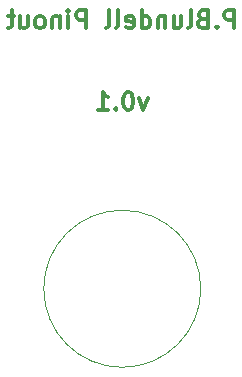
<source format=gbr>
%TF.GenerationSoftware,KiCad,Pcbnew,(6.0.11)*%
%TF.CreationDate,2024-01-24T22:10:28+00:00*%
%TF.ProjectId,Econet_RJ45_Mini,45636f6e-6574-45f5-924a-34355f4d696e,rev?*%
%TF.SameCoordinates,Original*%
%TF.FileFunction,Legend,Bot*%
%TF.FilePolarity,Positive*%
%FSLAX46Y46*%
G04 Gerber Fmt 4.6, Leading zero omitted, Abs format (unit mm)*
G04 Created by KiCad (PCBNEW (6.0.11)) date 2024-01-24 22:10:28*
%MOMM*%
%LPD*%
G01*
G04 APERTURE LIST*
%ADD10C,0.300000*%
%ADD11C,0.120000*%
G04 APERTURE END LIST*
D10*
X175450000Y-44298571D02*
X175450000Y-42798571D01*
X174878571Y-42798571D01*
X174735714Y-42870000D01*
X174664285Y-42941428D01*
X174592857Y-43084285D01*
X174592857Y-43298571D01*
X174664285Y-43441428D01*
X174735714Y-43512857D01*
X174878571Y-43584285D01*
X175450000Y-43584285D01*
X173950000Y-44155714D02*
X173878571Y-44227142D01*
X173950000Y-44298571D01*
X174021428Y-44227142D01*
X173950000Y-44155714D01*
X173950000Y-44298571D01*
X172735714Y-43512857D02*
X172521428Y-43584285D01*
X172450000Y-43655714D01*
X172378571Y-43798571D01*
X172378571Y-44012857D01*
X172450000Y-44155714D01*
X172521428Y-44227142D01*
X172664285Y-44298571D01*
X173235714Y-44298571D01*
X173235714Y-42798571D01*
X172735714Y-42798571D01*
X172592857Y-42870000D01*
X172521428Y-42941428D01*
X172450000Y-43084285D01*
X172450000Y-43227142D01*
X172521428Y-43370000D01*
X172592857Y-43441428D01*
X172735714Y-43512857D01*
X173235714Y-43512857D01*
X171521428Y-44298571D02*
X171664285Y-44227142D01*
X171735714Y-44084285D01*
X171735714Y-42798571D01*
X170307142Y-43298571D02*
X170307142Y-44298571D01*
X170950000Y-43298571D02*
X170950000Y-44084285D01*
X170878571Y-44227142D01*
X170735714Y-44298571D01*
X170521428Y-44298571D01*
X170378571Y-44227142D01*
X170307142Y-44155714D01*
X169592857Y-43298571D02*
X169592857Y-44298571D01*
X169592857Y-43441428D02*
X169521428Y-43370000D01*
X169378571Y-43298571D01*
X169164285Y-43298571D01*
X169021428Y-43370000D01*
X168950000Y-43512857D01*
X168950000Y-44298571D01*
X167592857Y-44298571D02*
X167592857Y-42798571D01*
X167592857Y-44227142D02*
X167735714Y-44298571D01*
X168021428Y-44298571D01*
X168164285Y-44227142D01*
X168235714Y-44155714D01*
X168307142Y-44012857D01*
X168307142Y-43584285D01*
X168235714Y-43441428D01*
X168164285Y-43370000D01*
X168021428Y-43298571D01*
X167735714Y-43298571D01*
X167592857Y-43370000D01*
X166307142Y-44227142D02*
X166450000Y-44298571D01*
X166735714Y-44298571D01*
X166878571Y-44227142D01*
X166950000Y-44084285D01*
X166950000Y-43512857D01*
X166878571Y-43370000D01*
X166735714Y-43298571D01*
X166450000Y-43298571D01*
X166307142Y-43370000D01*
X166235714Y-43512857D01*
X166235714Y-43655714D01*
X166950000Y-43798571D01*
X165378571Y-44298571D02*
X165521428Y-44227142D01*
X165592857Y-44084285D01*
X165592857Y-42798571D01*
X164592857Y-44298571D02*
X164735714Y-44227142D01*
X164807142Y-44084285D01*
X164807142Y-42798571D01*
X162878571Y-44298571D02*
X162878571Y-42798571D01*
X162307142Y-42798571D01*
X162164285Y-42870000D01*
X162092857Y-42941428D01*
X162021428Y-43084285D01*
X162021428Y-43298571D01*
X162092857Y-43441428D01*
X162164285Y-43512857D01*
X162307142Y-43584285D01*
X162878571Y-43584285D01*
X161378571Y-44298571D02*
X161378571Y-43298571D01*
X161378571Y-42798571D02*
X161450000Y-42870000D01*
X161378571Y-42941428D01*
X161307142Y-42870000D01*
X161378571Y-42798571D01*
X161378571Y-42941428D01*
X160664285Y-43298571D02*
X160664285Y-44298571D01*
X160664285Y-43441428D02*
X160592857Y-43370000D01*
X160450000Y-43298571D01*
X160235714Y-43298571D01*
X160092857Y-43370000D01*
X160021428Y-43512857D01*
X160021428Y-44298571D01*
X159092857Y-44298571D02*
X159235714Y-44227142D01*
X159307142Y-44155714D01*
X159378571Y-44012857D01*
X159378571Y-43584285D01*
X159307142Y-43441428D01*
X159235714Y-43370000D01*
X159092857Y-43298571D01*
X158878571Y-43298571D01*
X158735714Y-43370000D01*
X158664285Y-43441428D01*
X158592857Y-43584285D01*
X158592857Y-44012857D01*
X158664285Y-44155714D01*
X158735714Y-44227142D01*
X158878571Y-44298571D01*
X159092857Y-44298571D01*
X157307142Y-43298571D02*
X157307142Y-44298571D01*
X157950000Y-43298571D02*
X157950000Y-44084285D01*
X157878571Y-44227142D01*
X157735714Y-44298571D01*
X157521428Y-44298571D01*
X157378571Y-44227142D01*
X157307142Y-44155714D01*
X156807142Y-43298571D02*
X156235714Y-43298571D01*
X156592857Y-42798571D02*
X156592857Y-44084285D01*
X156521428Y-44227142D01*
X156378571Y-44298571D01*
X156235714Y-44298571D01*
X168092857Y-50218571D02*
X167735714Y-51218571D01*
X167378571Y-50218571D01*
X166521428Y-49718571D02*
X166378571Y-49718571D01*
X166235714Y-49790000D01*
X166164285Y-49861428D01*
X166092857Y-50004285D01*
X166021428Y-50290000D01*
X166021428Y-50647142D01*
X166092857Y-50932857D01*
X166164285Y-51075714D01*
X166235714Y-51147142D01*
X166378571Y-51218571D01*
X166521428Y-51218571D01*
X166664285Y-51147142D01*
X166735714Y-51075714D01*
X166807142Y-50932857D01*
X166878571Y-50647142D01*
X166878571Y-50290000D01*
X166807142Y-50004285D01*
X166735714Y-49861428D01*
X166664285Y-49790000D01*
X166521428Y-49718571D01*
X165378571Y-51075714D02*
X165307142Y-51147142D01*
X165378571Y-51218571D01*
X165450000Y-51147142D01*
X165378571Y-51075714D01*
X165378571Y-51218571D01*
X163878571Y-51218571D02*
X164735714Y-51218571D01*
X164307142Y-51218571D02*
X164307142Y-49718571D01*
X164450000Y-49932857D01*
X164592857Y-50075714D01*
X164735714Y-50147142D01*
D11*
%TO.C,J3*%
X172600000Y-66360000D02*
G75*
G03*
X172600000Y-66360000I-6650000J0D01*
G01*
%TD*%
M02*

</source>
